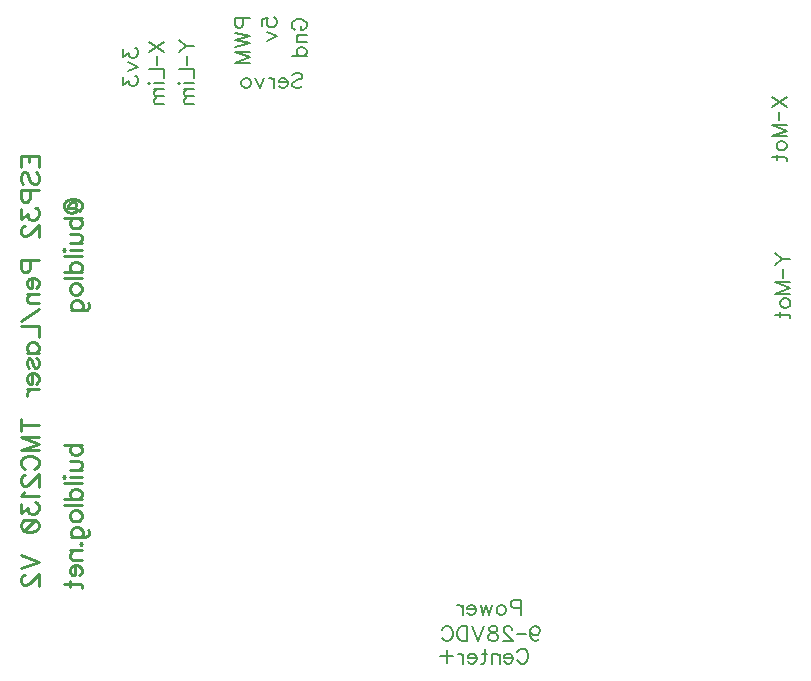
<source format=gbr>
G04 DipTrace 3.3.1.3*
G04 BottomSilk.gbr*
%MOIN*%
G04 #@! TF.FileFunction,Legend,Bot*
G04 #@! TF.Part,Single*
%ADD108C,0.00772*%
%ADD109C,0.009264*%
%FSLAX26Y26*%
G04*
G70*
G90*
G75*
G01*
G04 BotSilk*
%LPD*%
X772083Y2490069D2*
D108*
Y2463816D1*
X791206Y2478131D1*
Y2470946D1*
X793583Y2466193D1*
X795959Y2463816D1*
X803144Y2461384D1*
X807897D1*
X815082Y2463816D1*
X819891Y2468569D1*
X822267Y2475754D1*
Y2482939D1*
X819891Y2490069D1*
X817459Y2492446D1*
X812706Y2494878D1*
X788774Y2445945D2*
X822267Y2431575D1*
X788774Y2417260D1*
X772083Y2397013D2*
Y2370760D1*
X791206Y2385074D1*
Y2377889D1*
X793583Y2373136D1*
X795959Y2370760D1*
X803144Y2368328D1*
X807897D1*
X815082Y2370760D1*
X819891Y2375513D1*
X822268Y2382698D1*
Y2389883D1*
X819891Y2397012D1*
X817459Y2399389D1*
X812706Y2401821D1*
X859527Y2514878D2*
X909767Y2481384D1*
X859528Y2481385D2*
X909767Y2514878D1*
X884675Y2465945D2*
Y2438310D1*
X859528Y2422871D2*
X909767D1*
Y2394186D1*
X859528Y2378747D2*
X861904Y2376371D1*
X859528Y2373939D1*
X857096Y2376371D1*
X859528Y2378747D1*
X876274Y2376371D2*
X909767D1*
X876274Y2358499D2*
X909768D1*
X885836D2*
X878651Y2351314D1*
X876274Y2346506D1*
Y2339376D1*
X878651Y2334568D1*
X885836Y2332191D1*
X909768D1*
X885836D2*
X878651Y2325006D1*
X876274Y2320198D1*
Y2313068D1*
X878651Y2308260D1*
X885836Y2305828D1*
X909767D1*
X959527Y2519631D2*
X983459Y2500508D1*
X1009767D1*
X959528Y2481385D2*
X983459Y2500508D1*
X984675Y2465945D2*
Y2438310D1*
X959528Y2422871D2*
X1009767D1*
Y2394186D1*
X959528Y2378747D2*
X961904Y2376371D1*
X959528Y2373939D1*
X957096Y2376371D1*
X959528Y2378747D1*
X976274Y2376371D2*
X1009767D1*
X976274Y2358499D2*
X1009768D1*
X985836D2*
X978651Y2351314D1*
X976274Y2346506D1*
Y2339376D1*
X978651Y2334568D1*
X985836Y2332191D1*
X1009768D1*
X985836D2*
X978651Y2325006D1*
X976274Y2320198D1*
Y2313068D1*
X978651Y2308260D1*
X985836Y2305828D1*
X1009767D1*
X1173336Y2593809D2*
Y2572254D1*
X1170959Y2565124D1*
X1168527Y2562693D1*
X1163774Y2560316D1*
X1156589D1*
X1151836Y2562693D1*
X1149404Y2565124D1*
X1147028Y2572254D1*
Y2593809D1*
X1197267D1*
X1147028Y2544877D2*
X1197267Y2532883D1*
X1147028Y2520945D1*
X1197267Y2509007D1*
X1147028Y2497013D1*
X1197267Y2443328D2*
X1147027D1*
X1197268Y2462451D1*
X1147028Y2481574D1*
X1197268D1*
X1234583Y2567260D2*
Y2591137D1*
X1256083Y2593513D1*
X1253706Y2591137D1*
X1251274Y2583952D1*
Y2576822D1*
X1253706Y2569637D1*
X1258459Y2564828D1*
X1265644Y2562452D1*
X1270397D1*
X1277582Y2564828D1*
X1282391Y2569637D1*
X1284768Y2576822D1*
X1284767Y2583952D1*
X1282391Y2591137D1*
X1279959Y2593513D1*
X1275206Y2595945D1*
X1251274Y2547013D2*
X1284768Y2532642D1*
X1251274Y2518328D1*
X1346466Y2554199D2*
X1341713Y2556576D1*
X1336904Y2561384D1*
X1334528Y2566137D1*
Y2575699D1*
X1336904Y2580508D1*
X1341713Y2585261D1*
X1346466Y2587693D1*
X1353651Y2590069D1*
X1365644D1*
X1372774Y2587693D1*
X1377582Y2585261D1*
X1382336Y2580508D1*
X1384767Y2575699D1*
Y2566137D1*
X1382336Y2561384D1*
X1377582Y2556576D1*
X1372774Y2554199D1*
X1365644D1*
Y2566137D1*
X1351274Y2538760D2*
X1384767D1*
X1360836D2*
X1353651Y2531575D1*
X1351274Y2526767D1*
Y2519637D1*
X1353651Y2514828D1*
X1360836Y2512452D1*
X1384768D1*
X1334527Y2468328D2*
X1384767D1*
X1358459D2*
X1353651Y2473081D1*
X1351274Y2477889D1*
Y2485074D1*
X1353651Y2489827D1*
X1358459Y2494636D1*
X1365644Y2497013D1*
X1370397Y2497012D1*
X1377582Y2494636D1*
X1382336Y2489827D1*
X1384768Y2485074D1*
Y2477889D1*
X1382336Y2473081D1*
X1377582Y2468328D1*
X1336874Y2403232D2*
X1341627Y2408041D1*
X1348812Y2410417D1*
X1358374D1*
X1365559Y2408041D1*
X1370368Y2403232D1*
Y2398479D1*
X1367936Y2393670D1*
X1365559Y2391294D1*
X1360806Y2388917D1*
X1346436Y2384109D1*
X1341627Y2381732D1*
X1339251Y2379300D1*
X1336874Y2374547D1*
Y2367362D1*
X1341627Y2362609D1*
X1348812Y2360177D1*
X1358374D1*
X1365559Y2362609D1*
X1370368Y2367362D1*
X1321435Y2379300D2*
X1292750D1*
Y2384109D1*
X1295127Y2388917D1*
X1297503Y2391294D1*
X1302312Y2393670D1*
X1309497D1*
X1314250Y2391294D1*
X1319058Y2386485D1*
X1321435Y2379300D1*
Y2374547D1*
X1319058Y2367362D1*
X1314250Y2362609D1*
X1309497Y2360177D1*
X1302312D1*
X1297503Y2362609D1*
X1292750Y2367362D1*
X1277311Y2393670D2*
Y2360177D1*
Y2379300D2*
X1274879Y2386485D1*
X1270126Y2391294D1*
X1265317Y2393670D1*
X1258132D1*
X1242693D2*
X1228323Y2360177D1*
X1214008Y2393670D1*
X1186631D2*
X1191384Y2391294D1*
X1196192Y2386485D1*
X1198569Y2379300D1*
Y2374547D1*
X1196192Y2367362D1*
X1191384Y2362609D1*
X1186631Y2360177D1*
X1179446D1*
X1174637Y2362609D1*
X1169884Y2367362D1*
X1167452Y2374547D1*
Y2379300D1*
X1169884Y2386485D1*
X1174637Y2391294D1*
X1179446Y2393670D1*
X1186631D1*
X2947027Y1809452D2*
X2970959Y1790329D1*
X2997267D1*
X2947028Y1771206D2*
X2970959Y1790329D1*
X2972175Y1755767D2*
Y1728132D1*
X2997267Y1674446D2*
X2947028D1*
X2997267Y1693569D1*
X2947028Y1712693D1*
X2997267D1*
X2963774Y1647069D2*
X2966151Y1651822D1*
X2970959Y1656630D1*
X2978144Y1659007D1*
X2982897D1*
X2990082Y1656630D1*
X2994836Y1651822D1*
X2997268Y1647069D1*
Y1639884D1*
X2994836Y1635075D1*
X2990082Y1630322D1*
X2982897Y1627890D1*
X2978144D1*
X2970959Y1630322D1*
X2966151Y1635075D1*
X2963774Y1639884D1*
Y1647069D1*
X2947027Y1605266D2*
X2987706D1*
X2994836Y1602889D1*
X2997267Y1598081D1*
Y1593328D1*
X2963774Y1612451D2*
Y1595704D1*
X2934527Y2329699D2*
X2984767Y2296206D1*
X2934528D2*
X2984767Y2329699D1*
X2959675Y2280767D2*
Y2253132D1*
X2984767Y2199446D2*
X2934528D1*
X2984767Y2218569D1*
X2934528Y2237693D1*
X2984767D1*
X2951274Y2172069D2*
X2953651Y2176822D1*
X2958459Y2181630D1*
X2965644Y2184007D1*
X2970397D1*
X2977582Y2181630D1*
X2982336Y2176822D1*
X2984768Y2172069D1*
Y2164884D1*
X2982336Y2160075D1*
X2977582Y2155322D1*
X2970397Y2152890D1*
X2965644D1*
X2958459Y2155322D1*
X2953651Y2160075D1*
X2951274Y2164884D1*
Y2172069D1*
X2934527Y2130266D2*
X2975206D1*
X2982336Y2127889D1*
X2984767Y2123081D1*
Y2118328D1*
X2951274Y2137451D2*
Y2120704D1*
X2098324Y628214D2*
X2076769D1*
X2069639Y630590D1*
X2067207Y633022D1*
X2064831Y637775D1*
Y644961D1*
X2067207Y649714D1*
X2069639Y652146D1*
X2076769Y654522D1*
X2098324D1*
Y604282D1*
X2037453Y637775D2*
X2042207Y635399D1*
X2047015Y630590D1*
X2049392Y623405D1*
Y618652D1*
X2047015Y611467D1*
X2042207Y606714D1*
X2037453Y604282D1*
X2030268D1*
X2025460Y606714D1*
X2020707Y611467D1*
X2018275Y618652D1*
Y623405D1*
X2020707Y630590D1*
X2025460Y635399D1*
X2030268Y637775D1*
X2037453D1*
X2002836D2*
X1993274Y604282D1*
X1983712Y637775D1*
X1974151Y604282D1*
X1964589Y637775D1*
X1949150Y623405D2*
X1920465D1*
Y628214D1*
X1922842Y633022D1*
X1925218Y635399D1*
X1930027Y637775D1*
X1937212D1*
X1941965Y635399D1*
X1946773Y630590D1*
X1949150Y623405D1*
Y618652D1*
X1946773Y611467D1*
X1941965Y606714D1*
X1937212Y604282D1*
X1930027D1*
X1925218Y606714D1*
X1920465Y611467D1*
X1905026Y637775D2*
Y604282D1*
Y623405D2*
X1902594Y630590D1*
X1897841Y635399D1*
X1893032Y637775D1*
X1885847D1*
X2130660Y550275D2*
X2133092Y543090D1*
X2137845Y538282D1*
X2145030Y535905D1*
X2147407D1*
X2154592Y538282D1*
X2159345Y543090D1*
X2161777Y550275D1*
Y552652D1*
X2159345Y559837D1*
X2154592Y564590D1*
X2147407Y566967D1*
X2145030D1*
X2137845Y564590D1*
X2133092Y559837D1*
X2130660Y550275D1*
Y538282D1*
X2133092Y526344D1*
X2137845Y519159D1*
X2145030Y516782D1*
X2149783D1*
X2156968Y519159D1*
X2159345Y523967D1*
X2115221Y541875D2*
X2087586D1*
X2069715Y555029D2*
Y557405D1*
X2067338Y562214D1*
X2064962Y564590D1*
X2060153Y566967D1*
X2050592D1*
X2045838Y564590D1*
X2043462Y562214D1*
X2041030Y557405D1*
Y552652D1*
X2043462Y547844D1*
X2048215Y540714D1*
X2072147Y516782D1*
X2038653D1*
X2011276Y566967D2*
X2018406Y564590D1*
X2020838Y559837D1*
Y555029D1*
X2018406Y550275D1*
X2013652Y547844D1*
X2004091Y545467D1*
X1996906Y543090D1*
X1992153Y538282D1*
X1989776Y533529D1*
Y526344D1*
X1992153Y521591D1*
X1994529Y519159D1*
X2001714Y516782D1*
X2011276D1*
X2018406Y519159D1*
X2020838Y521591D1*
X2023214Y526344D1*
Y533529D1*
X2020838Y538282D1*
X2016029Y543090D1*
X2008899Y545467D1*
X1999338Y547844D1*
X1994529Y550275D1*
X1992153Y555029D1*
Y559837D1*
X1994529Y564590D1*
X2001714Y566967D1*
X2011276D1*
X1974337Y567022D2*
X1955214Y516782D1*
X1936090Y567022D1*
X1920651D2*
Y516782D1*
X1903904D1*
X1896719Y519214D1*
X1891911Y523967D1*
X1889534Y528776D1*
X1887158Y535905D1*
Y547899D1*
X1889534Y555084D1*
X1891911Y559837D1*
X1896719Y564646D1*
X1903904Y567022D1*
X1920651D1*
X1835849Y555084D2*
X1838225Y559837D1*
X1843034Y564646D1*
X1847787Y567022D1*
X1857348D1*
X1862157Y564646D1*
X1866910Y559837D1*
X1869342Y555084D1*
X1871718Y547899D1*
Y535905D1*
X1869342Y528776D1*
X1866910Y523967D1*
X1862157Y519214D1*
X1857348Y516782D1*
X1847787D1*
X1843034Y519214D1*
X1838225Y523967D1*
X1835849Y528776D1*
X2087268Y480084D2*
X2089645Y484837D1*
X2094453Y489646D1*
X2099206Y492022D1*
X2108768D1*
X2113576Y489646D1*
X2118330Y484837D1*
X2120762Y480084D1*
X2123138Y472899D1*
Y460905D1*
X2120762Y453776D1*
X2118330Y448967D1*
X2113576Y444214D1*
X2108768Y441782D1*
X2099206D1*
X2094453Y444214D1*
X2089645Y448967D1*
X2087268Y453776D1*
X2071829Y460905D2*
X2043144D1*
Y465714D1*
X2045521Y470522D1*
X2047897Y472899D1*
X2052706Y475275D1*
X2059891D1*
X2064644Y472899D1*
X2069452Y468090D1*
X2071829Y460905D1*
Y456152D1*
X2069452Y448967D1*
X2064644Y444214D1*
X2059891Y441782D1*
X2052706D1*
X2047897Y444214D1*
X2043144Y448967D1*
X2027705Y475275D2*
Y441782D1*
Y465714D2*
X2020520Y472899D1*
X2015711Y475275D1*
X2008582D1*
X2003773Y472899D1*
X2001396Y465714D1*
Y441782D1*
X1978772Y492022D2*
Y451344D1*
X1976396Y444214D1*
X1971587Y441782D1*
X1966834D1*
X1985957Y475275D2*
X1969211D1*
X1951395Y460905D2*
X1922710D1*
Y465714D1*
X1925086Y470522D1*
X1927463Y472899D1*
X1932271Y475275D1*
X1939457D1*
X1944210Y472899D1*
X1949018Y468090D1*
X1951395Y460905D1*
Y456152D1*
X1949018Y448967D1*
X1944210Y444214D1*
X1939457Y441782D1*
X1932271D1*
X1927463Y444214D1*
X1922710Y448967D1*
X1907271Y475275D2*
Y441782D1*
Y460905D2*
X1904839Y468090D1*
X1900086Y472899D1*
X1895277Y475275D1*
X1888092D1*
X1851153Y488402D2*
Y445347D1*
X1872653Y466847D2*
X1829598D1*
X431670Y2098091D2*
D109*
Y2135365D1*
X491958D1*
Y2098091D1*
X460388Y2135365D2*
Y2112417D1*
X440292Y2039372D2*
X434522Y2045076D1*
X431670Y2053698D1*
Y2065172D1*
X434522Y2073794D1*
X440292Y2079564D1*
X445996D1*
X451766Y2076646D1*
X454618Y2073794D1*
X457470Y2068090D1*
X463240Y2050846D1*
X466092Y2045076D1*
X469010Y2042224D1*
X474714Y2039372D1*
X483336D1*
X489040Y2045076D1*
X491958Y2053698D1*
Y2065172D1*
X489040Y2073794D1*
X483336Y2079564D1*
X463240Y2020845D2*
Y1994979D1*
X460388Y1986423D1*
X457470Y1983505D1*
X451766Y1980653D1*
X443144D1*
X437440Y1983505D1*
X434522Y1986423D1*
X431670Y1994979D1*
Y2020845D1*
X491958D1*
X431736Y1956356D2*
Y1924852D1*
X454684Y1942030D1*
Y1933408D1*
X457536Y1927704D1*
X460388Y1924852D1*
X469010Y1921934D1*
X474714D1*
X483336Y1924852D1*
X489106Y1930556D1*
X491958Y1939178D1*
Y1947800D1*
X489106Y1956356D1*
X486188Y1959208D1*
X480484Y1962126D1*
X446062Y1900489D2*
X443210D1*
X437440Y1897637D1*
X434588Y1894785D1*
X431736Y1889015D1*
Y1877541D1*
X434588Y1871837D1*
X437440Y1868985D1*
X443210Y1866067D1*
X448914D1*
X454684Y1868985D1*
X463240Y1874689D1*
X491958Y1903407D1*
Y1863215D1*
X463240Y1786366D2*
Y1760500D1*
X460388Y1751945D1*
X457470Y1749026D1*
X451766Y1746174D1*
X443144D1*
X437440Y1749026D1*
X434522Y1751945D1*
X431670Y1760500D1*
Y1786366D1*
X491958D1*
X469010Y1727647D2*
Y1693226D1*
X463240D1*
X457470Y1696077D1*
X454618Y1698929D1*
X451766Y1704699D1*
Y1713322D1*
X454618Y1719025D1*
X460388Y1724795D1*
X469010Y1727647D1*
X474714D1*
X483336Y1724795D1*
X489040Y1719025D1*
X491958Y1713322D1*
Y1704699D1*
X489040Y1698929D1*
X483336Y1693226D1*
X451766Y1674698D2*
X491958D1*
X463240D2*
X454618Y1666076D1*
X451766Y1660306D1*
Y1651751D1*
X454618Y1645980D1*
X463240Y1643128D1*
X491958D1*
Y1624601D2*
X431736Y1584409D1*
X431670Y1565882D2*
X491958D1*
Y1531460D1*
X451766Y1478511D2*
X491958D1*
X460388D2*
X454618Y1484215D1*
X451766Y1489985D1*
Y1498541D1*
X454618Y1504311D1*
X460388Y1510015D1*
X469010Y1512933D1*
X474714D1*
X483336Y1510015D1*
X489040Y1504311D1*
X491958Y1498541D1*
Y1489985D1*
X489040Y1484215D1*
X483336Y1478511D1*
X460388Y1428414D2*
X454618Y1431266D1*
X451766Y1439888D1*
Y1448510D1*
X454618Y1457132D1*
X460388Y1459984D1*
X466092Y1457132D1*
X469010Y1451362D1*
X471862Y1437036D1*
X474714Y1431266D1*
X480484Y1428414D1*
X483336D1*
X489040Y1431266D1*
X491958Y1439888D1*
Y1448510D1*
X489040Y1457132D1*
X483336Y1459984D1*
X469010Y1409887D2*
Y1375465D1*
X463240D1*
X457470Y1378317D1*
X454618Y1381169D1*
X451766Y1386939D1*
Y1395561D1*
X454618Y1401265D1*
X460388Y1407035D1*
X469010Y1409887D1*
X474714D1*
X483336Y1407035D1*
X489040Y1401265D1*
X491958Y1395561D1*
Y1386939D1*
X489040Y1381169D1*
X483336Y1375465D1*
X451766Y1356938D2*
X491958D1*
X469010D2*
X460388Y1354020D1*
X454618Y1348316D1*
X451766Y1342546D1*
Y1333924D1*
X431670Y1236980D2*
X491958D1*
X431670Y1257076D2*
Y1216884D1*
X491958Y1152461D2*
X431670D1*
X491958Y1175409D1*
X431670Y1198357D1*
X491958D1*
X445996Y1090890D2*
X440292Y1093742D1*
X434522Y1099512D1*
X431670Y1105216D1*
Y1116690D1*
X434522Y1122460D1*
X440292Y1128164D1*
X445996Y1131082D1*
X454618Y1133934D1*
X469010D1*
X477566Y1131082D1*
X483336Y1128164D1*
X489040Y1122460D1*
X491958Y1116690D1*
Y1105216D1*
X489040Y1099512D1*
X483336Y1093742D1*
X477566Y1090890D1*
X446062Y1069445D2*
X443210D1*
X437440Y1066593D1*
X434588Y1063741D1*
X431736Y1057971D1*
Y1046497D1*
X434588Y1040793D1*
X437440Y1037941D1*
X443210Y1035023D1*
X448914D1*
X454684Y1037941D1*
X463240Y1043645D1*
X491958Y1072363D1*
Y1032171D1*
X443210Y1013644D2*
X440292Y1007874D1*
X431736Y999252D1*
X491958D1*
X431736Y974954D2*
Y943451D1*
X454684Y960628D1*
Y952006D1*
X457536Y946303D1*
X460388Y943451D1*
X469010Y940532D1*
X474714D1*
X483336Y943451D1*
X489106Y949154D1*
X491958Y957777D1*
Y966399D1*
X489106Y974954D1*
X486188Y977806D1*
X480484Y980724D1*
X431736Y904761D2*
X434588Y913383D1*
X443210Y919153D1*
X457536Y922005D1*
X466158D1*
X480484Y919153D1*
X489106Y913383D1*
X491958Y904761D1*
Y899057D1*
X489106Y890435D1*
X480484Y884732D1*
X466158Y881813D1*
X457536D1*
X443210Y884732D1*
X434588Y890435D1*
X431736Y899057D1*
Y904761D1*
X443210Y884732D2*
X480484Y919153D1*
X431670Y804965D2*
X491958Y782017D1*
X431670Y759069D1*
X446062Y737624D2*
X443210D1*
X437440Y734772D1*
X434588Y731920D1*
X431736Y726150D1*
Y714676D1*
X434588Y708972D1*
X437440Y706120D1*
X443210Y703202D1*
X448914D1*
X454684Y706120D1*
X463240Y711824D1*
X491958Y740542D1*
Y700350D1*
X575419Y1170553D2*
X635707D1*
X604137D2*
X598367Y1164783D1*
X595515Y1159079D1*
Y1150457D1*
X598367Y1144753D1*
X604137Y1138983D1*
X612759Y1136131D1*
X618463D1*
X627085Y1138983D1*
X632789Y1144753D1*
X635707Y1150457D1*
Y1159079D1*
X632789Y1164783D1*
X627085Y1170553D1*
X595515Y1117604D2*
X624233D1*
X632789Y1114752D1*
X635707Y1108982D1*
Y1100360D1*
X632789Y1094656D1*
X624233Y1086034D1*
X595515D2*
X635707D1*
X575419Y1067507D2*
X578271Y1064655D1*
X575419Y1061737D1*
X572501Y1064655D1*
X575419Y1067507D1*
X595515Y1064655D2*
X635707D1*
X575419Y1043210D2*
X635707D1*
X575419Y990261D2*
X635707D1*
X604137D2*
X598367Y995965D1*
X595515Y1001735D1*
Y1010357D1*
X598367Y1016061D1*
X604137Y1021831D1*
X612759Y1024683D1*
X618463D1*
X627085Y1021831D1*
X632789Y1016061D1*
X635707Y1010357D1*
Y1001735D1*
X632789Y995965D1*
X627085Y990261D1*
X575419Y971734D2*
X635707D1*
X595515Y938881D2*
X598367Y944585D1*
X604137Y950355D1*
X612759Y953207D1*
X618463D1*
X627085Y950355D1*
X632789Y944585D1*
X635707Y938881D1*
Y930259D1*
X632789Y924489D1*
X627085Y918785D1*
X618463Y915867D1*
X612759D1*
X604137Y918785D1*
X598367Y924489D1*
X595515Y930259D1*
Y938881D1*
X598367Y862918D2*
X644329D1*
X652885Y865770D1*
X655803Y868622D1*
X658655Y874392D1*
Y883014D1*
X655803Y888718D1*
X606989Y862918D2*
X601285Y868622D1*
X598367Y874392D1*
Y883014D1*
X601285Y888718D1*
X606989Y894488D1*
X615611Y897340D1*
X621381D1*
X629937Y894488D1*
X635707Y888718D1*
X638559Y883014D1*
Y874392D1*
X635707Y868622D1*
X629937Y862918D1*
Y841539D2*
X632855Y844391D1*
X635707Y841539D1*
X632855Y838621D1*
X629937Y841539D1*
X595515Y820093D2*
X635707D1*
X606989D2*
X598367Y811471D1*
X595515Y805701D1*
Y797146D1*
X598367Y791375D1*
X606989Y788523D1*
X635707D1*
X612759Y769996D2*
Y735575D1*
X606989D1*
X601219Y738426D1*
X598367Y741278D1*
X595515Y747049D1*
Y755671D1*
X598367Y761374D1*
X604137Y767145D1*
X612759Y769996D1*
X618463D1*
X627085Y767144D1*
X632789Y761374D1*
X635707Y755671D1*
Y747048D1*
X632789Y741278D1*
X627085Y735575D1*
X575419Y708425D2*
X624233D1*
X632789Y705574D1*
X635707Y699803D1*
Y694100D1*
X595515Y717048D2*
Y696952D1*
X589811Y1959588D2*
Y1968210D1*
X592663Y1973914D1*
X595515Y1976832D1*
X601285Y1979684D1*
X612759D1*
X615611Y1976832D1*
Y1971062D1*
X612759Y1959588D1*
X618463Y1956736D1*
Y1953884D1*
X612759Y1948114D1*
X598433Y1945262D1*
X589811Y1948114D1*
X584041Y1950966D1*
X578337Y1956736D1*
X575486Y1962440D1*
Y1973914D1*
X578337Y1979684D1*
X584041Y1985388D1*
X589811Y1988306D1*
X598433Y1991158D1*
X612759D1*
X621381Y1988306D1*
X627085Y1985388D1*
X632855Y1979684D1*
X635707Y1973914D1*
Y1962440D1*
X632855Y1956736D1*
X627085Y1950966D1*
X586960Y1959588D2*
X612759D1*
X575419Y1926735D2*
X635707D1*
X604137D2*
X598367Y1920965D1*
X595515Y1915261D1*
Y1906639D1*
X598367Y1900935D1*
X604137Y1895165D1*
X612759Y1892313D1*
X618463D1*
X627085Y1895165D1*
X632789Y1900935D1*
X635707Y1906639D1*
Y1915261D1*
X632789Y1920965D1*
X627085Y1926735D1*
X595515Y1873786D2*
X624233D1*
X632789Y1870934D1*
X635707Y1865164D1*
Y1856542D1*
X632789Y1850838D1*
X624233Y1842216D1*
X595515D2*
X635707D1*
X575419Y1823689D2*
X578271Y1820837D1*
X575419Y1817919D1*
X572501Y1820837D1*
X575419Y1823689D1*
X595515Y1820837D2*
X635707D1*
X575419Y1799392D2*
X635707D1*
X575419Y1746443D2*
X635707D1*
X604137D2*
X598367Y1752147D1*
X595515Y1757917D1*
Y1766539D1*
X598367Y1772243D1*
X604137Y1778013D1*
X612759Y1780865D1*
X618463D1*
X627085Y1778013D1*
X632789Y1772243D1*
X635707Y1766539D1*
Y1757917D1*
X632789Y1752147D1*
X627085Y1746443D1*
X575419Y1727916D2*
X635707D1*
X595515Y1695063D2*
X598367Y1700767D1*
X604137Y1706537D1*
X612759Y1709389D1*
X618463D1*
X627085Y1706537D1*
X632789Y1700767D1*
X635707Y1695063D1*
Y1686441D1*
X632789Y1680671D1*
X627085Y1674967D1*
X618463Y1672048D1*
X612759Y1672049D1*
X604137Y1674967D1*
X598367Y1680671D1*
X595515Y1686441D1*
Y1695063D1*
X598367Y1619100D2*
X644329D1*
X652885Y1621952D1*
X655803Y1624803D1*
X658655Y1630573D1*
Y1639195D1*
X655803Y1644899D1*
X606989Y1619100D2*
X601285Y1624803D1*
X598367Y1630574D1*
Y1639196D1*
X601285Y1644899D1*
X606989Y1650670D1*
X615611Y1653521D1*
X621381D1*
X629937Y1650670D1*
X635707Y1644899D1*
X638559Y1639196D1*
Y1630574D1*
X635707Y1624803D1*
X629937Y1619100D1*
M02*

</source>
